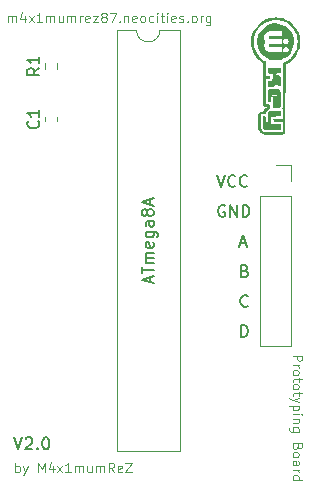
<source format=gbr>
%TF.GenerationSoftware,KiCad,Pcbnew,7.0.1*%
%TF.CreationDate,2023-05-04T02:21:34+01:00*%
%TF.ProjectId,wiikey_dip,7769696b-6579-45f6-9469-702e6b696361,rev?*%
%TF.SameCoordinates,Original*%
%TF.FileFunction,Legend,Top*%
%TF.FilePolarity,Positive*%
%FSLAX46Y46*%
G04 Gerber Fmt 4.6, Leading zero omitted, Abs format (unit mm)*
G04 Created by KiCad (PCBNEW 7.0.1) date 2023-05-04 02:21:34*
%MOMM*%
%LPD*%
G01*
G04 APERTURE LIST*
%ADD10C,0.100000*%
%ADD11C,0.187500*%
%ADD12C,0.125000*%
%ADD13C,0.150000*%
%ADD14C,0.120000*%
G04 APERTURE END LIST*
D10*
X144970476Y-77372095D02*
X144970476Y-76838761D01*
X144970476Y-76914952D02*
X145008571Y-76876857D01*
X145008571Y-76876857D02*
X145084761Y-76838761D01*
X145084761Y-76838761D02*
X145199047Y-76838761D01*
X145199047Y-76838761D02*
X145275238Y-76876857D01*
X145275238Y-76876857D02*
X145313333Y-76953047D01*
X145313333Y-76953047D02*
X145313333Y-77372095D01*
X145313333Y-76953047D02*
X145351428Y-76876857D01*
X145351428Y-76876857D02*
X145427619Y-76838761D01*
X145427619Y-76838761D02*
X145541904Y-76838761D01*
X145541904Y-76838761D02*
X145618095Y-76876857D01*
X145618095Y-76876857D02*
X145656190Y-76953047D01*
X145656190Y-76953047D02*
X145656190Y-77372095D01*
X146380000Y-76838761D02*
X146380000Y-77372095D01*
X146189524Y-76534000D02*
X145999047Y-77105428D01*
X145999047Y-77105428D02*
X146494286Y-77105428D01*
X146722857Y-77372095D02*
X147141905Y-76838761D01*
X146722857Y-76838761D02*
X147141905Y-77372095D01*
X147865714Y-77372095D02*
X147408571Y-77372095D01*
X147637143Y-77372095D02*
X147637143Y-76572095D01*
X147637143Y-76572095D02*
X147560952Y-76686380D01*
X147560952Y-76686380D02*
X147484762Y-76762571D01*
X147484762Y-76762571D02*
X147408571Y-76800666D01*
X148208572Y-77372095D02*
X148208572Y-76838761D01*
X148208572Y-76914952D02*
X148246667Y-76876857D01*
X148246667Y-76876857D02*
X148322857Y-76838761D01*
X148322857Y-76838761D02*
X148437143Y-76838761D01*
X148437143Y-76838761D02*
X148513334Y-76876857D01*
X148513334Y-76876857D02*
X148551429Y-76953047D01*
X148551429Y-76953047D02*
X148551429Y-77372095D01*
X148551429Y-76953047D02*
X148589524Y-76876857D01*
X148589524Y-76876857D02*
X148665715Y-76838761D01*
X148665715Y-76838761D02*
X148780000Y-76838761D01*
X148780000Y-76838761D02*
X148856191Y-76876857D01*
X148856191Y-76876857D02*
X148894286Y-76953047D01*
X148894286Y-76953047D02*
X148894286Y-77372095D01*
X149618096Y-76838761D02*
X149618096Y-77372095D01*
X149275239Y-76838761D02*
X149275239Y-77257809D01*
X149275239Y-77257809D02*
X149313334Y-77334000D01*
X149313334Y-77334000D02*
X149389524Y-77372095D01*
X149389524Y-77372095D02*
X149503810Y-77372095D01*
X149503810Y-77372095D02*
X149580001Y-77334000D01*
X149580001Y-77334000D02*
X149618096Y-77295904D01*
X149999049Y-77372095D02*
X149999049Y-76838761D01*
X149999049Y-76914952D02*
X150037144Y-76876857D01*
X150037144Y-76876857D02*
X150113334Y-76838761D01*
X150113334Y-76838761D02*
X150227620Y-76838761D01*
X150227620Y-76838761D02*
X150303811Y-76876857D01*
X150303811Y-76876857D02*
X150341906Y-76953047D01*
X150341906Y-76953047D02*
X150341906Y-77372095D01*
X150341906Y-76953047D02*
X150380001Y-76876857D01*
X150380001Y-76876857D02*
X150456192Y-76838761D01*
X150456192Y-76838761D02*
X150570477Y-76838761D01*
X150570477Y-76838761D02*
X150646668Y-76876857D01*
X150646668Y-76876857D02*
X150684763Y-76953047D01*
X150684763Y-76953047D02*
X150684763Y-77372095D01*
X151065716Y-77372095D02*
X151065716Y-76838761D01*
X151065716Y-76991142D02*
X151103811Y-76914952D01*
X151103811Y-76914952D02*
X151141906Y-76876857D01*
X151141906Y-76876857D02*
X151218097Y-76838761D01*
X151218097Y-76838761D02*
X151294287Y-76838761D01*
X151865716Y-77334000D02*
X151789525Y-77372095D01*
X151789525Y-77372095D02*
X151637144Y-77372095D01*
X151637144Y-77372095D02*
X151560954Y-77334000D01*
X151560954Y-77334000D02*
X151522858Y-77257809D01*
X151522858Y-77257809D02*
X151522858Y-76953047D01*
X151522858Y-76953047D02*
X151560954Y-76876857D01*
X151560954Y-76876857D02*
X151637144Y-76838761D01*
X151637144Y-76838761D02*
X151789525Y-76838761D01*
X151789525Y-76838761D02*
X151865716Y-76876857D01*
X151865716Y-76876857D02*
X151903811Y-76953047D01*
X151903811Y-76953047D02*
X151903811Y-77029238D01*
X151903811Y-77029238D02*
X151522858Y-77105428D01*
X152170477Y-76838761D02*
X152589525Y-76838761D01*
X152589525Y-76838761D02*
X152170477Y-77372095D01*
X152170477Y-77372095D02*
X152589525Y-77372095D01*
X153008572Y-76914952D02*
X152932382Y-76876857D01*
X152932382Y-76876857D02*
X152894287Y-76838761D01*
X152894287Y-76838761D02*
X152856191Y-76762571D01*
X152856191Y-76762571D02*
X152856191Y-76724476D01*
X152856191Y-76724476D02*
X152894287Y-76648285D01*
X152894287Y-76648285D02*
X152932382Y-76610190D01*
X152932382Y-76610190D02*
X153008572Y-76572095D01*
X153008572Y-76572095D02*
X153160953Y-76572095D01*
X153160953Y-76572095D02*
X153237144Y-76610190D01*
X153237144Y-76610190D02*
X153275239Y-76648285D01*
X153275239Y-76648285D02*
X153313334Y-76724476D01*
X153313334Y-76724476D02*
X153313334Y-76762571D01*
X153313334Y-76762571D02*
X153275239Y-76838761D01*
X153275239Y-76838761D02*
X153237144Y-76876857D01*
X153237144Y-76876857D02*
X153160953Y-76914952D01*
X153160953Y-76914952D02*
X153008572Y-76914952D01*
X153008572Y-76914952D02*
X152932382Y-76953047D01*
X152932382Y-76953047D02*
X152894287Y-76991142D01*
X152894287Y-76991142D02*
X152856191Y-77067333D01*
X152856191Y-77067333D02*
X152856191Y-77219714D01*
X152856191Y-77219714D02*
X152894287Y-77295904D01*
X152894287Y-77295904D02*
X152932382Y-77334000D01*
X152932382Y-77334000D02*
X153008572Y-77372095D01*
X153008572Y-77372095D02*
X153160953Y-77372095D01*
X153160953Y-77372095D02*
X153237144Y-77334000D01*
X153237144Y-77334000D02*
X153275239Y-77295904D01*
X153275239Y-77295904D02*
X153313334Y-77219714D01*
X153313334Y-77219714D02*
X153313334Y-77067333D01*
X153313334Y-77067333D02*
X153275239Y-76991142D01*
X153275239Y-76991142D02*
X153237144Y-76953047D01*
X153237144Y-76953047D02*
X153160953Y-76914952D01*
X153580001Y-76572095D02*
X154113335Y-76572095D01*
X154113335Y-76572095D02*
X153770477Y-77372095D01*
X154418097Y-77295904D02*
X154456192Y-77334000D01*
X154456192Y-77334000D02*
X154418097Y-77372095D01*
X154418097Y-77372095D02*
X154380001Y-77334000D01*
X154380001Y-77334000D02*
X154418097Y-77295904D01*
X154418097Y-77295904D02*
X154418097Y-77372095D01*
X154799049Y-76838761D02*
X154799049Y-77372095D01*
X154799049Y-76914952D02*
X154837144Y-76876857D01*
X154837144Y-76876857D02*
X154913334Y-76838761D01*
X154913334Y-76838761D02*
X155027620Y-76838761D01*
X155027620Y-76838761D02*
X155103811Y-76876857D01*
X155103811Y-76876857D02*
X155141906Y-76953047D01*
X155141906Y-76953047D02*
X155141906Y-77372095D01*
X155827621Y-77334000D02*
X155751430Y-77372095D01*
X155751430Y-77372095D02*
X155599049Y-77372095D01*
X155599049Y-77372095D02*
X155522859Y-77334000D01*
X155522859Y-77334000D02*
X155484763Y-77257809D01*
X155484763Y-77257809D02*
X155484763Y-76953047D01*
X155484763Y-76953047D02*
X155522859Y-76876857D01*
X155522859Y-76876857D02*
X155599049Y-76838761D01*
X155599049Y-76838761D02*
X155751430Y-76838761D01*
X155751430Y-76838761D02*
X155827621Y-76876857D01*
X155827621Y-76876857D02*
X155865716Y-76953047D01*
X155865716Y-76953047D02*
X155865716Y-77029238D01*
X155865716Y-77029238D02*
X155484763Y-77105428D01*
X156322858Y-77372095D02*
X156246668Y-77334000D01*
X156246668Y-77334000D02*
X156208573Y-77295904D01*
X156208573Y-77295904D02*
X156170477Y-77219714D01*
X156170477Y-77219714D02*
X156170477Y-76991142D01*
X156170477Y-76991142D02*
X156208573Y-76914952D01*
X156208573Y-76914952D02*
X156246668Y-76876857D01*
X156246668Y-76876857D02*
X156322858Y-76838761D01*
X156322858Y-76838761D02*
X156437144Y-76838761D01*
X156437144Y-76838761D02*
X156513335Y-76876857D01*
X156513335Y-76876857D02*
X156551430Y-76914952D01*
X156551430Y-76914952D02*
X156589525Y-76991142D01*
X156589525Y-76991142D02*
X156589525Y-77219714D01*
X156589525Y-77219714D02*
X156551430Y-77295904D01*
X156551430Y-77295904D02*
X156513335Y-77334000D01*
X156513335Y-77334000D02*
X156437144Y-77372095D01*
X156437144Y-77372095D02*
X156322858Y-77372095D01*
X157275240Y-77334000D02*
X157199049Y-77372095D01*
X157199049Y-77372095D02*
X157046668Y-77372095D01*
X157046668Y-77372095D02*
X156970478Y-77334000D01*
X156970478Y-77334000D02*
X156932383Y-77295904D01*
X156932383Y-77295904D02*
X156894287Y-77219714D01*
X156894287Y-77219714D02*
X156894287Y-76991142D01*
X156894287Y-76991142D02*
X156932383Y-76914952D01*
X156932383Y-76914952D02*
X156970478Y-76876857D01*
X156970478Y-76876857D02*
X157046668Y-76838761D01*
X157046668Y-76838761D02*
X157199049Y-76838761D01*
X157199049Y-76838761D02*
X157275240Y-76876857D01*
X157618097Y-77372095D02*
X157618097Y-76838761D01*
X157618097Y-76572095D02*
X157580001Y-76610190D01*
X157580001Y-76610190D02*
X157618097Y-76648285D01*
X157618097Y-76648285D02*
X157656192Y-76610190D01*
X157656192Y-76610190D02*
X157618097Y-76572095D01*
X157618097Y-76572095D02*
X157618097Y-76648285D01*
X157884763Y-76838761D02*
X158189525Y-76838761D01*
X157999049Y-76572095D02*
X157999049Y-77257809D01*
X157999049Y-77257809D02*
X158037144Y-77334000D01*
X158037144Y-77334000D02*
X158113334Y-77372095D01*
X158113334Y-77372095D02*
X158189525Y-77372095D01*
X158456192Y-77372095D02*
X158456192Y-76838761D01*
X158456192Y-76572095D02*
X158418096Y-76610190D01*
X158418096Y-76610190D02*
X158456192Y-76648285D01*
X158456192Y-76648285D02*
X158494287Y-76610190D01*
X158494287Y-76610190D02*
X158456192Y-76572095D01*
X158456192Y-76572095D02*
X158456192Y-76648285D01*
X159141906Y-77334000D02*
X159065715Y-77372095D01*
X159065715Y-77372095D02*
X158913334Y-77372095D01*
X158913334Y-77372095D02*
X158837144Y-77334000D01*
X158837144Y-77334000D02*
X158799048Y-77257809D01*
X158799048Y-77257809D02*
X158799048Y-76953047D01*
X158799048Y-76953047D02*
X158837144Y-76876857D01*
X158837144Y-76876857D02*
X158913334Y-76838761D01*
X158913334Y-76838761D02*
X159065715Y-76838761D01*
X159065715Y-76838761D02*
X159141906Y-76876857D01*
X159141906Y-76876857D02*
X159180001Y-76953047D01*
X159180001Y-76953047D02*
X159180001Y-77029238D01*
X159180001Y-77029238D02*
X158799048Y-77105428D01*
X159484762Y-77334000D02*
X159560953Y-77372095D01*
X159560953Y-77372095D02*
X159713334Y-77372095D01*
X159713334Y-77372095D02*
X159789524Y-77334000D01*
X159789524Y-77334000D02*
X159827620Y-77257809D01*
X159827620Y-77257809D02*
X159827620Y-77219714D01*
X159827620Y-77219714D02*
X159789524Y-77143523D01*
X159789524Y-77143523D02*
X159713334Y-77105428D01*
X159713334Y-77105428D02*
X159599048Y-77105428D01*
X159599048Y-77105428D02*
X159522858Y-77067333D01*
X159522858Y-77067333D02*
X159484762Y-76991142D01*
X159484762Y-76991142D02*
X159484762Y-76953047D01*
X159484762Y-76953047D02*
X159522858Y-76876857D01*
X159522858Y-76876857D02*
X159599048Y-76838761D01*
X159599048Y-76838761D02*
X159713334Y-76838761D01*
X159713334Y-76838761D02*
X159789524Y-76876857D01*
X160170477Y-77295904D02*
X160208572Y-77334000D01*
X160208572Y-77334000D02*
X160170477Y-77372095D01*
X160170477Y-77372095D02*
X160132381Y-77334000D01*
X160132381Y-77334000D02*
X160170477Y-77295904D01*
X160170477Y-77295904D02*
X160170477Y-77372095D01*
X160665714Y-77372095D02*
X160589524Y-77334000D01*
X160589524Y-77334000D02*
X160551429Y-77295904D01*
X160551429Y-77295904D02*
X160513333Y-77219714D01*
X160513333Y-77219714D02*
X160513333Y-76991142D01*
X160513333Y-76991142D02*
X160551429Y-76914952D01*
X160551429Y-76914952D02*
X160589524Y-76876857D01*
X160589524Y-76876857D02*
X160665714Y-76838761D01*
X160665714Y-76838761D02*
X160780000Y-76838761D01*
X160780000Y-76838761D02*
X160856191Y-76876857D01*
X160856191Y-76876857D02*
X160894286Y-76914952D01*
X160894286Y-76914952D02*
X160932381Y-76991142D01*
X160932381Y-76991142D02*
X160932381Y-77219714D01*
X160932381Y-77219714D02*
X160894286Y-77295904D01*
X160894286Y-77295904D02*
X160856191Y-77334000D01*
X160856191Y-77334000D02*
X160780000Y-77372095D01*
X160780000Y-77372095D02*
X160665714Y-77372095D01*
X161275239Y-77372095D02*
X161275239Y-76838761D01*
X161275239Y-76991142D02*
X161313334Y-76914952D01*
X161313334Y-76914952D02*
X161351429Y-76876857D01*
X161351429Y-76876857D02*
X161427620Y-76838761D01*
X161427620Y-76838761D02*
X161503810Y-76838761D01*
X162113334Y-76838761D02*
X162113334Y-77486380D01*
X162113334Y-77486380D02*
X162075239Y-77562571D01*
X162075239Y-77562571D02*
X162037143Y-77600666D01*
X162037143Y-77600666D02*
X161960953Y-77638761D01*
X161960953Y-77638761D02*
X161846667Y-77638761D01*
X161846667Y-77638761D02*
X161770477Y-77600666D01*
X162113334Y-77334000D02*
X162037143Y-77372095D01*
X162037143Y-77372095D02*
X161884762Y-77372095D01*
X161884762Y-77372095D02*
X161808572Y-77334000D01*
X161808572Y-77334000D02*
X161770477Y-77295904D01*
X161770477Y-77295904D02*
X161732381Y-77219714D01*
X161732381Y-77219714D02*
X161732381Y-76991142D01*
X161732381Y-76991142D02*
X161770477Y-76914952D01*
X161770477Y-76914952D02*
X161808572Y-76876857D01*
X161808572Y-76876857D02*
X161884762Y-76838761D01*
X161884762Y-76838761D02*
X162037143Y-76838761D01*
X162037143Y-76838761D02*
X162113334Y-76876857D01*
D11*
X145510238Y-112542619D02*
X145843571Y-113542619D01*
X145843571Y-113542619D02*
X146176904Y-112542619D01*
X146462619Y-112637857D02*
X146510238Y-112590238D01*
X146510238Y-112590238D02*
X146605476Y-112542619D01*
X146605476Y-112542619D02*
X146843571Y-112542619D01*
X146843571Y-112542619D02*
X146938809Y-112590238D01*
X146938809Y-112590238D02*
X146986428Y-112637857D01*
X146986428Y-112637857D02*
X147034047Y-112733095D01*
X147034047Y-112733095D02*
X147034047Y-112828333D01*
X147034047Y-112828333D02*
X146986428Y-112971190D01*
X146986428Y-112971190D02*
X146415000Y-113542619D01*
X146415000Y-113542619D02*
X147034047Y-113542619D01*
X147462619Y-113447380D02*
X147510238Y-113495000D01*
X147510238Y-113495000D02*
X147462619Y-113542619D01*
X147462619Y-113542619D02*
X147415000Y-113495000D01*
X147415000Y-113495000D02*
X147462619Y-113447380D01*
X147462619Y-113447380D02*
X147462619Y-113542619D01*
X148129285Y-112542619D02*
X148224523Y-112542619D01*
X148224523Y-112542619D02*
X148319761Y-112590238D01*
X148319761Y-112590238D02*
X148367380Y-112637857D01*
X148367380Y-112637857D02*
X148414999Y-112733095D01*
X148414999Y-112733095D02*
X148462618Y-112923571D01*
X148462618Y-112923571D02*
X148462618Y-113161666D01*
X148462618Y-113161666D02*
X148414999Y-113352142D01*
X148414999Y-113352142D02*
X148367380Y-113447380D01*
X148367380Y-113447380D02*
X148319761Y-113495000D01*
X148319761Y-113495000D02*
X148224523Y-113542619D01*
X148224523Y-113542619D02*
X148129285Y-113542619D01*
X148129285Y-113542619D02*
X148034047Y-113495000D01*
X148034047Y-113495000D02*
X147986428Y-113447380D01*
X147986428Y-113447380D02*
X147938809Y-113352142D01*
X147938809Y-113352142D02*
X147891190Y-113161666D01*
X147891190Y-113161666D02*
X147891190Y-112923571D01*
X147891190Y-112923571D02*
X147938809Y-112733095D01*
X147938809Y-112733095D02*
X147986428Y-112637857D01*
X147986428Y-112637857D02*
X148034047Y-112590238D01*
X148034047Y-112590238D02*
X148129285Y-112542619D01*
D10*
X169067904Y-105600476D02*
X169867904Y-105600476D01*
X169867904Y-105600476D02*
X169867904Y-105905238D01*
X169867904Y-105905238D02*
X169829809Y-105981428D01*
X169829809Y-105981428D02*
X169791714Y-106019523D01*
X169791714Y-106019523D02*
X169715523Y-106057619D01*
X169715523Y-106057619D02*
X169601238Y-106057619D01*
X169601238Y-106057619D02*
X169525047Y-106019523D01*
X169525047Y-106019523D02*
X169486952Y-105981428D01*
X169486952Y-105981428D02*
X169448857Y-105905238D01*
X169448857Y-105905238D02*
X169448857Y-105600476D01*
X169067904Y-106400476D02*
X169601238Y-106400476D01*
X169448857Y-106400476D02*
X169525047Y-106438571D01*
X169525047Y-106438571D02*
X169563142Y-106476666D01*
X169563142Y-106476666D02*
X169601238Y-106552857D01*
X169601238Y-106552857D02*
X169601238Y-106629047D01*
X169067904Y-107009999D02*
X169106000Y-106933809D01*
X169106000Y-106933809D02*
X169144095Y-106895714D01*
X169144095Y-106895714D02*
X169220285Y-106857618D01*
X169220285Y-106857618D02*
X169448857Y-106857618D01*
X169448857Y-106857618D02*
X169525047Y-106895714D01*
X169525047Y-106895714D02*
X169563142Y-106933809D01*
X169563142Y-106933809D02*
X169601238Y-107009999D01*
X169601238Y-107009999D02*
X169601238Y-107124285D01*
X169601238Y-107124285D02*
X169563142Y-107200476D01*
X169563142Y-107200476D02*
X169525047Y-107238571D01*
X169525047Y-107238571D02*
X169448857Y-107276666D01*
X169448857Y-107276666D02*
X169220285Y-107276666D01*
X169220285Y-107276666D02*
X169144095Y-107238571D01*
X169144095Y-107238571D02*
X169106000Y-107200476D01*
X169106000Y-107200476D02*
X169067904Y-107124285D01*
X169067904Y-107124285D02*
X169067904Y-107009999D01*
X169601238Y-107505238D02*
X169601238Y-107810000D01*
X169867904Y-107619524D02*
X169182190Y-107619524D01*
X169182190Y-107619524D02*
X169106000Y-107657619D01*
X169106000Y-107657619D02*
X169067904Y-107733809D01*
X169067904Y-107733809D02*
X169067904Y-107810000D01*
X169067904Y-108190952D02*
X169106000Y-108114762D01*
X169106000Y-108114762D02*
X169144095Y-108076667D01*
X169144095Y-108076667D02*
X169220285Y-108038571D01*
X169220285Y-108038571D02*
X169448857Y-108038571D01*
X169448857Y-108038571D02*
X169525047Y-108076667D01*
X169525047Y-108076667D02*
X169563142Y-108114762D01*
X169563142Y-108114762D02*
X169601238Y-108190952D01*
X169601238Y-108190952D02*
X169601238Y-108305238D01*
X169601238Y-108305238D02*
X169563142Y-108381429D01*
X169563142Y-108381429D02*
X169525047Y-108419524D01*
X169525047Y-108419524D02*
X169448857Y-108457619D01*
X169448857Y-108457619D02*
X169220285Y-108457619D01*
X169220285Y-108457619D02*
X169144095Y-108419524D01*
X169144095Y-108419524D02*
X169106000Y-108381429D01*
X169106000Y-108381429D02*
X169067904Y-108305238D01*
X169067904Y-108305238D02*
X169067904Y-108190952D01*
X169601238Y-108686191D02*
X169601238Y-108990953D01*
X169867904Y-108800477D02*
X169182190Y-108800477D01*
X169182190Y-108800477D02*
X169106000Y-108838572D01*
X169106000Y-108838572D02*
X169067904Y-108914762D01*
X169067904Y-108914762D02*
X169067904Y-108990953D01*
X169601238Y-109181429D02*
X169067904Y-109371905D01*
X169601238Y-109562382D02*
X169067904Y-109371905D01*
X169067904Y-109371905D02*
X168877428Y-109295715D01*
X168877428Y-109295715D02*
X168839333Y-109257620D01*
X168839333Y-109257620D02*
X168801238Y-109181429D01*
X169601238Y-109867144D02*
X168801238Y-109867144D01*
X169563142Y-109867144D02*
X169601238Y-109943334D01*
X169601238Y-109943334D02*
X169601238Y-110095715D01*
X169601238Y-110095715D02*
X169563142Y-110171906D01*
X169563142Y-110171906D02*
X169525047Y-110210001D01*
X169525047Y-110210001D02*
X169448857Y-110248096D01*
X169448857Y-110248096D02*
X169220285Y-110248096D01*
X169220285Y-110248096D02*
X169144095Y-110210001D01*
X169144095Y-110210001D02*
X169106000Y-110171906D01*
X169106000Y-110171906D02*
X169067904Y-110095715D01*
X169067904Y-110095715D02*
X169067904Y-109943334D01*
X169067904Y-109943334D02*
X169106000Y-109867144D01*
X169067904Y-110590954D02*
X169601238Y-110590954D01*
X169867904Y-110590954D02*
X169829809Y-110552858D01*
X169829809Y-110552858D02*
X169791714Y-110590954D01*
X169791714Y-110590954D02*
X169829809Y-110629049D01*
X169829809Y-110629049D02*
X169867904Y-110590954D01*
X169867904Y-110590954D02*
X169791714Y-110590954D01*
X169601238Y-110971906D02*
X169067904Y-110971906D01*
X169525047Y-110971906D02*
X169563142Y-111010001D01*
X169563142Y-111010001D02*
X169601238Y-111086191D01*
X169601238Y-111086191D02*
X169601238Y-111200477D01*
X169601238Y-111200477D02*
X169563142Y-111276668D01*
X169563142Y-111276668D02*
X169486952Y-111314763D01*
X169486952Y-111314763D02*
X169067904Y-111314763D01*
X169601238Y-112038573D02*
X168953619Y-112038573D01*
X168953619Y-112038573D02*
X168877428Y-112000478D01*
X168877428Y-112000478D02*
X168839333Y-111962382D01*
X168839333Y-111962382D02*
X168801238Y-111886192D01*
X168801238Y-111886192D02*
X168801238Y-111771906D01*
X168801238Y-111771906D02*
X168839333Y-111695716D01*
X169106000Y-112038573D02*
X169067904Y-111962382D01*
X169067904Y-111962382D02*
X169067904Y-111810001D01*
X169067904Y-111810001D02*
X169106000Y-111733811D01*
X169106000Y-111733811D02*
X169144095Y-111695716D01*
X169144095Y-111695716D02*
X169220285Y-111657620D01*
X169220285Y-111657620D02*
X169448857Y-111657620D01*
X169448857Y-111657620D02*
X169525047Y-111695716D01*
X169525047Y-111695716D02*
X169563142Y-111733811D01*
X169563142Y-111733811D02*
X169601238Y-111810001D01*
X169601238Y-111810001D02*
X169601238Y-111962382D01*
X169601238Y-111962382D02*
X169563142Y-112038573D01*
X169486952Y-113295716D02*
X169448857Y-113410002D01*
X169448857Y-113410002D02*
X169410761Y-113448097D01*
X169410761Y-113448097D02*
X169334571Y-113486193D01*
X169334571Y-113486193D02*
X169220285Y-113486193D01*
X169220285Y-113486193D02*
X169144095Y-113448097D01*
X169144095Y-113448097D02*
X169106000Y-113410002D01*
X169106000Y-113410002D02*
X169067904Y-113333812D01*
X169067904Y-113333812D02*
X169067904Y-113029050D01*
X169067904Y-113029050D02*
X169867904Y-113029050D01*
X169867904Y-113029050D02*
X169867904Y-113295716D01*
X169867904Y-113295716D02*
X169829809Y-113371907D01*
X169829809Y-113371907D02*
X169791714Y-113410002D01*
X169791714Y-113410002D02*
X169715523Y-113448097D01*
X169715523Y-113448097D02*
X169639333Y-113448097D01*
X169639333Y-113448097D02*
X169563142Y-113410002D01*
X169563142Y-113410002D02*
X169525047Y-113371907D01*
X169525047Y-113371907D02*
X169486952Y-113295716D01*
X169486952Y-113295716D02*
X169486952Y-113029050D01*
X169067904Y-113943335D02*
X169106000Y-113867145D01*
X169106000Y-113867145D02*
X169144095Y-113829050D01*
X169144095Y-113829050D02*
X169220285Y-113790954D01*
X169220285Y-113790954D02*
X169448857Y-113790954D01*
X169448857Y-113790954D02*
X169525047Y-113829050D01*
X169525047Y-113829050D02*
X169563142Y-113867145D01*
X169563142Y-113867145D02*
X169601238Y-113943335D01*
X169601238Y-113943335D02*
X169601238Y-114057621D01*
X169601238Y-114057621D02*
X169563142Y-114133812D01*
X169563142Y-114133812D02*
X169525047Y-114171907D01*
X169525047Y-114171907D02*
X169448857Y-114210002D01*
X169448857Y-114210002D02*
X169220285Y-114210002D01*
X169220285Y-114210002D02*
X169144095Y-114171907D01*
X169144095Y-114171907D02*
X169106000Y-114133812D01*
X169106000Y-114133812D02*
X169067904Y-114057621D01*
X169067904Y-114057621D02*
X169067904Y-113943335D01*
X169067904Y-114895717D02*
X169486952Y-114895717D01*
X169486952Y-114895717D02*
X169563142Y-114857622D01*
X169563142Y-114857622D02*
X169601238Y-114781431D01*
X169601238Y-114781431D02*
X169601238Y-114629050D01*
X169601238Y-114629050D02*
X169563142Y-114552860D01*
X169106000Y-114895717D02*
X169067904Y-114819526D01*
X169067904Y-114819526D02*
X169067904Y-114629050D01*
X169067904Y-114629050D02*
X169106000Y-114552860D01*
X169106000Y-114552860D02*
X169182190Y-114514764D01*
X169182190Y-114514764D02*
X169258380Y-114514764D01*
X169258380Y-114514764D02*
X169334571Y-114552860D01*
X169334571Y-114552860D02*
X169372666Y-114629050D01*
X169372666Y-114629050D02*
X169372666Y-114819526D01*
X169372666Y-114819526D02*
X169410761Y-114895717D01*
X169067904Y-115276670D02*
X169601238Y-115276670D01*
X169448857Y-115276670D02*
X169525047Y-115314765D01*
X169525047Y-115314765D02*
X169563142Y-115352860D01*
X169563142Y-115352860D02*
X169601238Y-115429051D01*
X169601238Y-115429051D02*
X169601238Y-115505241D01*
X169067904Y-116114765D02*
X169867904Y-116114765D01*
X169106000Y-116114765D02*
X169067904Y-116038574D01*
X169067904Y-116038574D02*
X169067904Y-115886193D01*
X169067904Y-115886193D02*
X169106000Y-115810003D01*
X169106000Y-115810003D02*
X169144095Y-115771908D01*
X169144095Y-115771908D02*
X169220285Y-115733812D01*
X169220285Y-115733812D02*
X169448857Y-115733812D01*
X169448857Y-115733812D02*
X169525047Y-115771908D01*
X169525047Y-115771908D02*
X169563142Y-115810003D01*
X169563142Y-115810003D02*
X169601238Y-115886193D01*
X169601238Y-115886193D02*
X169601238Y-116038574D01*
X169601238Y-116038574D02*
X169563142Y-116114765D01*
D12*
X145605476Y-115472095D02*
X145605476Y-114672095D01*
X145605476Y-114976857D02*
X145681666Y-114938761D01*
X145681666Y-114938761D02*
X145834047Y-114938761D01*
X145834047Y-114938761D02*
X145910238Y-114976857D01*
X145910238Y-114976857D02*
X145948333Y-115014952D01*
X145948333Y-115014952D02*
X145986428Y-115091142D01*
X145986428Y-115091142D02*
X145986428Y-115319714D01*
X145986428Y-115319714D02*
X145948333Y-115395904D01*
X145948333Y-115395904D02*
X145910238Y-115434000D01*
X145910238Y-115434000D02*
X145834047Y-115472095D01*
X145834047Y-115472095D02*
X145681666Y-115472095D01*
X145681666Y-115472095D02*
X145605476Y-115434000D01*
X146253095Y-114938761D02*
X146443571Y-115472095D01*
X146634048Y-114938761D02*
X146443571Y-115472095D01*
X146443571Y-115472095D02*
X146367381Y-115662571D01*
X146367381Y-115662571D02*
X146329286Y-115700666D01*
X146329286Y-115700666D02*
X146253095Y-115738761D01*
X147548334Y-115472095D02*
X147548334Y-114672095D01*
X147548334Y-114672095D02*
X147815000Y-115243523D01*
X147815000Y-115243523D02*
X148081667Y-114672095D01*
X148081667Y-114672095D02*
X148081667Y-115472095D01*
X148805477Y-114938761D02*
X148805477Y-115472095D01*
X148615001Y-114634000D02*
X148424524Y-115205428D01*
X148424524Y-115205428D02*
X148919763Y-115205428D01*
X149148334Y-115472095D02*
X149567382Y-114938761D01*
X149148334Y-114938761D02*
X149567382Y-115472095D01*
X150291191Y-115472095D02*
X149834048Y-115472095D01*
X150062620Y-115472095D02*
X150062620Y-114672095D01*
X150062620Y-114672095D02*
X149986429Y-114786380D01*
X149986429Y-114786380D02*
X149910239Y-114862571D01*
X149910239Y-114862571D02*
X149834048Y-114900666D01*
X150634049Y-115472095D02*
X150634049Y-114938761D01*
X150634049Y-115014952D02*
X150672144Y-114976857D01*
X150672144Y-114976857D02*
X150748334Y-114938761D01*
X150748334Y-114938761D02*
X150862620Y-114938761D01*
X150862620Y-114938761D02*
X150938811Y-114976857D01*
X150938811Y-114976857D02*
X150976906Y-115053047D01*
X150976906Y-115053047D02*
X150976906Y-115472095D01*
X150976906Y-115053047D02*
X151015001Y-114976857D01*
X151015001Y-114976857D02*
X151091192Y-114938761D01*
X151091192Y-114938761D02*
X151205477Y-114938761D01*
X151205477Y-114938761D02*
X151281668Y-114976857D01*
X151281668Y-114976857D02*
X151319763Y-115053047D01*
X151319763Y-115053047D02*
X151319763Y-115472095D01*
X152043573Y-114938761D02*
X152043573Y-115472095D01*
X151700716Y-114938761D02*
X151700716Y-115357809D01*
X151700716Y-115357809D02*
X151738811Y-115434000D01*
X151738811Y-115434000D02*
X151815001Y-115472095D01*
X151815001Y-115472095D02*
X151929287Y-115472095D01*
X151929287Y-115472095D02*
X152005478Y-115434000D01*
X152005478Y-115434000D02*
X152043573Y-115395904D01*
X152424526Y-115472095D02*
X152424526Y-114938761D01*
X152424526Y-115014952D02*
X152462621Y-114976857D01*
X152462621Y-114976857D02*
X152538811Y-114938761D01*
X152538811Y-114938761D02*
X152653097Y-114938761D01*
X152653097Y-114938761D02*
X152729288Y-114976857D01*
X152729288Y-114976857D02*
X152767383Y-115053047D01*
X152767383Y-115053047D02*
X152767383Y-115472095D01*
X152767383Y-115053047D02*
X152805478Y-114976857D01*
X152805478Y-114976857D02*
X152881669Y-114938761D01*
X152881669Y-114938761D02*
X152995954Y-114938761D01*
X152995954Y-114938761D02*
X153072145Y-114976857D01*
X153072145Y-114976857D02*
X153110240Y-115053047D01*
X153110240Y-115053047D02*
X153110240Y-115472095D01*
X153948336Y-115472095D02*
X153681669Y-115091142D01*
X153491193Y-115472095D02*
X153491193Y-114672095D01*
X153491193Y-114672095D02*
X153795955Y-114672095D01*
X153795955Y-114672095D02*
X153872145Y-114710190D01*
X153872145Y-114710190D02*
X153910240Y-114748285D01*
X153910240Y-114748285D02*
X153948336Y-114824476D01*
X153948336Y-114824476D02*
X153948336Y-114938761D01*
X153948336Y-114938761D02*
X153910240Y-115014952D01*
X153910240Y-115014952D02*
X153872145Y-115053047D01*
X153872145Y-115053047D02*
X153795955Y-115091142D01*
X153795955Y-115091142D02*
X153491193Y-115091142D01*
X154595955Y-115434000D02*
X154519764Y-115472095D01*
X154519764Y-115472095D02*
X154367383Y-115472095D01*
X154367383Y-115472095D02*
X154291193Y-115434000D01*
X154291193Y-115434000D02*
X154253097Y-115357809D01*
X154253097Y-115357809D02*
X154253097Y-115053047D01*
X154253097Y-115053047D02*
X154291193Y-114976857D01*
X154291193Y-114976857D02*
X154367383Y-114938761D01*
X154367383Y-114938761D02*
X154519764Y-114938761D01*
X154519764Y-114938761D02*
X154595955Y-114976857D01*
X154595955Y-114976857D02*
X154634050Y-115053047D01*
X154634050Y-115053047D02*
X154634050Y-115129238D01*
X154634050Y-115129238D02*
X154253097Y-115205428D01*
X154900716Y-114672095D02*
X155434050Y-114672095D01*
X155434050Y-114672095D02*
X154900716Y-115472095D01*
X154900716Y-115472095D02*
X155434050Y-115472095D01*
D13*
X164703095Y-104017619D02*
X164703095Y-103017619D01*
X164703095Y-103017619D02*
X164941190Y-103017619D01*
X164941190Y-103017619D02*
X165084047Y-103065238D01*
X165084047Y-103065238D02*
X165179285Y-103160476D01*
X165179285Y-103160476D02*
X165226904Y-103255714D01*
X165226904Y-103255714D02*
X165274523Y-103446190D01*
X165274523Y-103446190D02*
X165274523Y-103589047D01*
X165274523Y-103589047D02*
X165226904Y-103779523D01*
X165226904Y-103779523D02*
X165179285Y-103874761D01*
X165179285Y-103874761D02*
X165084047Y-103970000D01*
X165084047Y-103970000D02*
X164941190Y-104017619D01*
X164941190Y-104017619D02*
X164703095Y-104017619D01*
X165274523Y-101382380D02*
X165226904Y-101430000D01*
X165226904Y-101430000D02*
X165084047Y-101477619D01*
X165084047Y-101477619D02*
X164988809Y-101477619D01*
X164988809Y-101477619D02*
X164845952Y-101430000D01*
X164845952Y-101430000D02*
X164750714Y-101334761D01*
X164750714Y-101334761D02*
X164703095Y-101239523D01*
X164703095Y-101239523D02*
X164655476Y-101049047D01*
X164655476Y-101049047D02*
X164655476Y-100906190D01*
X164655476Y-100906190D02*
X164703095Y-100715714D01*
X164703095Y-100715714D02*
X164750714Y-100620476D01*
X164750714Y-100620476D02*
X164845952Y-100525238D01*
X164845952Y-100525238D02*
X164988809Y-100477619D01*
X164988809Y-100477619D02*
X165084047Y-100477619D01*
X165084047Y-100477619D02*
X165226904Y-100525238D01*
X165226904Y-100525238D02*
X165274523Y-100572857D01*
X165036428Y-98413809D02*
X165179285Y-98461428D01*
X165179285Y-98461428D02*
X165226904Y-98509047D01*
X165226904Y-98509047D02*
X165274523Y-98604285D01*
X165274523Y-98604285D02*
X165274523Y-98747142D01*
X165274523Y-98747142D02*
X165226904Y-98842380D01*
X165226904Y-98842380D02*
X165179285Y-98890000D01*
X165179285Y-98890000D02*
X165084047Y-98937619D01*
X165084047Y-98937619D02*
X164703095Y-98937619D01*
X164703095Y-98937619D02*
X164703095Y-97937619D01*
X164703095Y-97937619D02*
X165036428Y-97937619D01*
X165036428Y-97937619D02*
X165131666Y-97985238D01*
X165131666Y-97985238D02*
X165179285Y-98032857D01*
X165179285Y-98032857D02*
X165226904Y-98128095D01*
X165226904Y-98128095D02*
X165226904Y-98223333D01*
X165226904Y-98223333D02*
X165179285Y-98318571D01*
X165179285Y-98318571D02*
X165131666Y-98366190D01*
X165131666Y-98366190D02*
X165036428Y-98413809D01*
X165036428Y-98413809D02*
X164703095Y-98413809D01*
X164655476Y-96111904D02*
X165131666Y-96111904D01*
X164560238Y-96397619D02*
X164893571Y-95397619D01*
X164893571Y-95397619D02*
X165226904Y-96397619D01*
X163321904Y-92905238D02*
X163226666Y-92857619D01*
X163226666Y-92857619D02*
X163083809Y-92857619D01*
X163083809Y-92857619D02*
X162940952Y-92905238D01*
X162940952Y-92905238D02*
X162845714Y-93000476D01*
X162845714Y-93000476D02*
X162798095Y-93095714D01*
X162798095Y-93095714D02*
X162750476Y-93286190D01*
X162750476Y-93286190D02*
X162750476Y-93429047D01*
X162750476Y-93429047D02*
X162798095Y-93619523D01*
X162798095Y-93619523D02*
X162845714Y-93714761D01*
X162845714Y-93714761D02*
X162940952Y-93810000D01*
X162940952Y-93810000D02*
X163083809Y-93857619D01*
X163083809Y-93857619D02*
X163179047Y-93857619D01*
X163179047Y-93857619D02*
X163321904Y-93810000D01*
X163321904Y-93810000D02*
X163369523Y-93762380D01*
X163369523Y-93762380D02*
X163369523Y-93429047D01*
X163369523Y-93429047D02*
X163179047Y-93429047D01*
X163798095Y-93857619D02*
X163798095Y-92857619D01*
X163798095Y-92857619D02*
X164369523Y-93857619D01*
X164369523Y-93857619D02*
X164369523Y-92857619D01*
X164845714Y-93857619D02*
X164845714Y-92857619D01*
X164845714Y-92857619D02*
X165083809Y-92857619D01*
X165083809Y-92857619D02*
X165226666Y-92905238D01*
X165226666Y-92905238D02*
X165321904Y-93000476D01*
X165321904Y-93000476D02*
X165369523Y-93095714D01*
X165369523Y-93095714D02*
X165417142Y-93286190D01*
X165417142Y-93286190D02*
X165417142Y-93429047D01*
X165417142Y-93429047D02*
X165369523Y-93619523D01*
X165369523Y-93619523D02*
X165321904Y-93714761D01*
X165321904Y-93714761D02*
X165226666Y-93810000D01*
X165226666Y-93810000D02*
X165083809Y-93857619D01*
X165083809Y-93857619D02*
X164845714Y-93857619D01*
X162655238Y-90317619D02*
X162988571Y-91317619D01*
X162988571Y-91317619D02*
X163321904Y-90317619D01*
X164226666Y-91222380D02*
X164179047Y-91270000D01*
X164179047Y-91270000D02*
X164036190Y-91317619D01*
X164036190Y-91317619D02*
X163940952Y-91317619D01*
X163940952Y-91317619D02*
X163798095Y-91270000D01*
X163798095Y-91270000D02*
X163702857Y-91174761D01*
X163702857Y-91174761D02*
X163655238Y-91079523D01*
X163655238Y-91079523D02*
X163607619Y-90889047D01*
X163607619Y-90889047D02*
X163607619Y-90746190D01*
X163607619Y-90746190D02*
X163655238Y-90555714D01*
X163655238Y-90555714D02*
X163702857Y-90460476D01*
X163702857Y-90460476D02*
X163798095Y-90365238D01*
X163798095Y-90365238D02*
X163940952Y-90317619D01*
X163940952Y-90317619D02*
X164036190Y-90317619D01*
X164036190Y-90317619D02*
X164179047Y-90365238D01*
X164179047Y-90365238D02*
X164226666Y-90412857D01*
X165226666Y-91222380D02*
X165179047Y-91270000D01*
X165179047Y-91270000D02*
X165036190Y-91317619D01*
X165036190Y-91317619D02*
X164940952Y-91317619D01*
X164940952Y-91317619D02*
X164798095Y-91270000D01*
X164798095Y-91270000D02*
X164702857Y-91174761D01*
X164702857Y-91174761D02*
X164655238Y-91079523D01*
X164655238Y-91079523D02*
X164607619Y-90889047D01*
X164607619Y-90889047D02*
X164607619Y-90746190D01*
X164607619Y-90746190D02*
X164655238Y-90555714D01*
X164655238Y-90555714D02*
X164702857Y-90460476D01*
X164702857Y-90460476D02*
X164798095Y-90365238D01*
X164798095Y-90365238D02*
X164940952Y-90317619D01*
X164940952Y-90317619D02*
X165036190Y-90317619D01*
X165036190Y-90317619D02*
X165179047Y-90365238D01*
X165179047Y-90365238D02*
X165226666Y-90412857D01*
%TO.C,U1*%
X157021904Y-99408809D02*
X157021904Y-98932619D01*
X157307619Y-99504047D02*
X156307619Y-99170714D01*
X156307619Y-99170714D02*
X157307619Y-98837381D01*
X156307619Y-98646904D02*
X156307619Y-98075476D01*
X157307619Y-98361190D02*
X156307619Y-98361190D01*
X157307619Y-97742142D02*
X156640952Y-97742142D01*
X156736190Y-97742142D02*
X156688571Y-97694523D01*
X156688571Y-97694523D02*
X156640952Y-97599285D01*
X156640952Y-97599285D02*
X156640952Y-97456428D01*
X156640952Y-97456428D02*
X156688571Y-97361190D01*
X156688571Y-97361190D02*
X156783809Y-97313571D01*
X156783809Y-97313571D02*
X157307619Y-97313571D01*
X156783809Y-97313571D02*
X156688571Y-97265952D01*
X156688571Y-97265952D02*
X156640952Y-97170714D01*
X156640952Y-97170714D02*
X156640952Y-97027857D01*
X156640952Y-97027857D02*
X156688571Y-96932618D01*
X156688571Y-96932618D02*
X156783809Y-96884999D01*
X156783809Y-96884999D02*
X157307619Y-96884999D01*
X157260000Y-96027857D02*
X157307619Y-96123095D01*
X157307619Y-96123095D02*
X157307619Y-96313571D01*
X157307619Y-96313571D02*
X157260000Y-96408809D01*
X157260000Y-96408809D02*
X157164761Y-96456428D01*
X157164761Y-96456428D02*
X156783809Y-96456428D01*
X156783809Y-96456428D02*
X156688571Y-96408809D01*
X156688571Y-96408809D02*
X156640952Y-96313571D01*
X156640952Y-96313571D02*
X156640952Y-96123095D01*
X156640952Y-96123095D02*
X156688571Y-96027857D01*
X156688571Y-96027857D02*
X156783809Y-95980238D01*
X156783809Y-95980238D02*
X156879047Y-95980238D01*
X156879047Y-95980238D02*
X156974285Y-96456428D01*
X156640952Y-95123095D02*
X157450476Y-95123095D01*
X157450476Y-95123095D02*
X157545714Y-95170714D01*
X157545714Y-95170714D02*
X157593333Y-95218333D01*
X157593333Y-95218333D02*
X157640952Y-95313571D01*
X157640952Y-95313571D02*
X157640952Y-95456428D01*
X157640952Y-95456428D02*
X157593333Y-95551666D01*
X157260000Y-95123095D02*
X157307619Y-95218333D01*
X157307619Y-95218333D02*
X157307619Y-95408809D01*
X157307619Y-95408809D02*
X157260000Y-95504047D01*
X157260000Y-95504047D02*
X157212380Y-95551666D01*
X157212380Y-95551666D02*
X157117142Y-95599285D01*
X157117142Y-95599285D02*
X156831428Y-95599285D01*
X156831428Y-95599285D02*
X156736190Y-95551666D01*
X156736190Y-95551666D02*
X156688571Y-95504047D01*
X156688571Y-95504047D02*
X156640952Y-95408809D01*
X156640952Y-95408809D02*
X156640952Y-95218333D01*
X156640952Y-95218333D02*
X156688571Y-95123095D01*
X157307619Y-94218333D02*
X156783809Y-94218333D01*
X156783809Y-94218333D02*
X156688571Y-94265952D01*
X156688571Y-94265952D02*
X156640952Y-94361190D01*
X156640952Y-94361190D02*
X156640952Y-94551666D01*
X156640952Y-94551666D02*
X156688571Y-94646904D01*
X157260000Y-94218333D02*
X157307619Y-94313571D01*
X157307619Y-94313571D02*
X157307619Y-94551666D01*
X157307619Y-94551666D02*
X157260000Y-94646904D01*
X157260000Y-94646904D02*
X157164761Y-94694523D01*
X157164761Y-94694523D02*
X157069523Y-94694523D01*
X157069523Y-94694523D02*
X156974285Y-94646904D01*
X156974285Y-94646904D02*
X156926666Y-94551666D01*
X156926666Y-94551666D02*
X156926666Y-94313571D01*
X156926666Y-94313571D02*
X156879047Y-94218333D01*
X156736190Y-93599285D02*
X156688571Y-93694523D01*
X156688571Y-93694523D02*
X156640952Y-93742142D01*
X156640952Y-93742142D02*
X156545714Y-93789761D01*
X156545714Y-93789761D02*
X156498095Y-93789761D01*
X156498095Y-93789761D02*
X156402857Y-93742142D01*
X156402857Y-93742142D02*
X156355238Y-93694523D01*
X156355238Y-93694523D02*
X156307619Y-93599285D01*
X156307619Y-93599285D02*
X156307619Y-93408809D01*
X156307619Y-93408809D02*
X156355238Y-93313571D01*
X156355238Y-93313571D02*
X156402857Y-93265952D01*
X156402857Y-93265952D02*
X156498095Y-93218333D01*
X156498095Y-93218333D02*
X156545714Y-93218333D01*
X156545714Y-93218333D02*
X156640952Y-93265952D01*
X156640952Y-93265952D02*
X156688571Y-93313571D01*
X156688571Y-93313571D02*
X156736190Y-93408809D01*
X156736190Y-93408809D02*
X156736190Y-93599285D01*
X156736190Y-93599285D02*
X156783809Y-93694523D01*
X156783809Y-93694523D02*
X156831428Y-93742142D01*
X156831428Y-93742142D02*
X156926666Y-93789761D01*
X156926666Y-93789761D02*
X157117142Y-93789761D01*
X157117142Y-93789761D02*
X157212380Y-93742142D01*
X157212380Y-93742142D02*
X157260000Y-93694523D01*
X157260000Y-93694523D02*
X157307619Y-93599285D01*
X157307619Y-93599285D02*
X157307619Y-93408809D01*
X157307619Y-93408809D02*
X157260000Y-93313571D01*
X157260000Y-93313571D02*
X157212380Y-93265952D01*
X157212380Y-93265952D02*
X157117142Y-93218333D01*
X157117142Y-93218333D02*
X156926666Y-93218333D01*
X156926666Y-93218333D02*
X156831428Y-93265952D01*
X156831428Y-93265952D02*
X156783809Y-93313571D01*
X156783809Y-93313571D02*
X156736190Y-93408809D01*
X157021904Y-92837380D02*
X157021904Y-92361190D01*
X157307619Y-92932618D02*
X156307619Y-92599285D01*
X156307619Y-92599285D02*
X157307619Y-92265952D01*
%TO.C,R1*%
X147622619Y-81256666D02*
X147146428Y-81589999D01*
X147622619Y-81828094D02*
X146622619Y-81828094D01*
X146622619Y-81828094D02*
X146622619Y-81447142D01*
X146622619Y-81447142D02*
X146670238Y-81351904D01*
X146670238Y-81351904D02*
X146717857Y-81304285D01*
X146717857Y-81304285D02*
X146813095Y-81256666D01*
X146813095Y-81256666D02*
X146955952Y-81256666D01*
X146955952Y-81256666D02*
X147051190Y-81304285D01*
X147051190Y-81304285D02*
X147098809Y-81351904D01*
X147098809Y-81351904D02*
X147146428Y-81447142D01*
X147146428Y-81447142D02*
X147146428Y-81828094D01*
X147622619Y-80304285D02*
X147622619Y-80875713D01*
X147622619Y-80589999D02*
X146622619Y-80589999D01*
X146622619Y-80589999D02*
X146765476Y-80685237D01*
X146765476Y-80685237D02*
X146860714Y-80780475D01*
X146860714Y-80780475D02*
X146908333Y-80875713D01*
%TO.C,C1*%
X147527380Y-85751666D02*
X147575000Y-85799285D01*
X147575000Y-85799285D02*
X147622619Y-85942142D01*
X147622619Y-85942142D02*
X147622619Y-86037380D01*
X147622619Y-86037380D02*
X147575000Y-86180237D01*
X147575000Y-86180237D02*
X147479761Y-86275475D01*
X147479761Y-86275475D02*
X147384523Y-86323094D01*
X147384523Y-86323094D02*
X147194047Y-86370713D01*
X147194047Y-86370713D02*
X147051190Y-86370713D01*
X147051190Y-86370713D02*
X146860714Y-86323094D01*
X146860714Y-86323094D02*
X146765476Y-86275475D01*
X146765476Y-86275475D02*
X146670238Y-86180237D01*
X146670238Y-86180237D02*
X146622619Y-86037380D01*
X146622619Y-86037380D02*
X146622619Y-85942142D01*
X146622619Y-85942142D02*
X146670238Y-85799285D01*
X146670238Y-85799285D02*
X146717857Y-85751666D01*
X147622619Y-84799285D02*
X147622619Y-85370713D01*
X147622619Y-85084999D02*
X146622619Y-85084999D01*
X146622619Y-85084999D02*
X146765476Y-85180237D01*
X146765476Y-85180237D02*
X146860714Y-85275475D01*
X146860714Y-85275475D02*
X146908333Y-85370713D01*
%TO.C,G\u002A\u002A\u002A*%
G36*
X167694028Y-76964011D02*
G01*
X167952331Y-76984848D01*
X168236232Y-77050564D01*
X168514740Y-77157560D01*
X168782056Y-77304269D01*
X168913866Y-77395103D01*
X169127951Y-77579557D01*
X169310151Y-77792915D01*
X169462512Y-78038358D01*
X169587078Y-78319066D01*
X169666323Y-78564766D01*
X169704721Y-78761955D01*
X169720407Y-78984174D01*
X169713569Y-79214810D01*
X169684392Y-79437254D01*
X169655098Y-79564016D01*
X169566061Y-79833765D01*
X169456262Y-80069759D01*
X169319315Y-80283540D01*
X169148834Y-80486647D01*
X169138340Y-80497756D01*
X169063519Y-80568752D01*
X168967733Y-80648518D01*
X168860832Y-80730036D01*
X168752667Y-80806288D01*
X168653091Y-80870257D01*
X168571954Y-80914923D01*
X168529611Y-80931415D01*
X168471619Y-80945970D01*
X168471175Y-82018558D01*
X168470910Y-82271516D01*
X168470330Y-82561046D01*
X168469474Y-82876199D01*
X168468381Y-83206026D01*
X168467089Y-83539579D01*
X168465635Y-83865909D01*
X168464059Y-84174068D01*
X168462970Y-84362333D01*
X168461259Y-84641130D01*
X168459803Y-84877281D01*
X168458588Y-85075664D01*
X168457598Y-85241153D01*
X168456821Y-85378626D01*
X168456240Y-85492956D01*
X168455844Y-85589021D01*
X168455616Y-85671696D01*
X168455543Y-85745856D01*
X168455611Y-85816377D01*
X168455805Y-85888135D01*
X168456112Y-85966006D01*
X168456516Y-86054866D01*
X168457004Y-86159589D01*
X168457439Y-86256594D01*
X168458043Y-86428111D01*
X168457784Y-86558538D01*
X168456089Y-86654306D01*
X168452386Y-86721845D01*
X168446103Y-86767586D01*
X168436668Y-86797958D01*
X168423509Y-86819392D01*
X168406052Y-86838319D01*
X168405644Y-86838727D01*
X168390312Y-86853203D01*
X168372968Y-86864879D01*
X168348618Y-86874104D01*
X168312267Y-86881227D01*
X168258923Y-86886599D01*
X168183591Y-86890569D01*
X168081276Y-86893486D01*
X167946986Y-86895701D01*
X167775726Y-86897563D01*
X167562501Y-86899422D01*
X167535681Y-86899647D01*
X167315709Y-86901345D01*
X167137789Y-86902222D01*
X166996453Y-86902041D01*
X166886236Y-86900562D01*
X166801672Y-86897550D01*
X166737294Y-86892764D01*
X166687636Y-86885968D01*
X166647232Y-86876923D01*
X166610615Y-86865391D01*
X166591833Y-86858548D01*
X166435015Y-86779683D01*
X166313550Y-86671804D01*
X166221819Y-86529996D01*
X166154967Y-86393858D01*
X166154967Y-85758820D01*
X166154967Y-85123782D01*
X166219257Y-85059477D01*
X166268464Y-85019956D01*
X166327562Y-84997512D01*
X166414288Y-84985762D01*
X166426712Y-84984816D01*
X166569878Y-84974460D01*
X166628317Y-84852541D01*
X166675171Y-84760919D01*
X166717399Y-84697504D01*
X166767297Y-84646097D01*
X166813662Y-84608361D01*
X166878343Y-84558498D01*
X166780474Y-84545371D01*
X166704751Y-84524751D01*
X166641927Y-84490468D01*
X166632631Y-84482273D01*
X166621281Y-84470049D01*
X166611805Y-84455337D01*
X166604047Y-84434057D01*
X166597850Y-84402129D01*
X166593054Y-84355475D01*
X166589504Y-84290015D01*
X166587042Y-84201668D01*
X166585510Y-84086356D01*
X166584751Y-83939998D01*
X166584607Y-83758516D01*
X166584921Y-83537829D01*
X166585536Y-83273859D01*
X166585564Y-83262752D01*
X166586149Y-83030097D01*
X166586716Y-82810933D01*
X166587249Y-82610043D01*
X166587737Y-82432209D01*
X166588165Y-82282216D01*
X166588519Y-82164845D01*
X166588788Y-82084880D01*
X166588957Y-82047104D01*
X166588969Y-82045682D01*
X166588689Y-82009358D01*
X166587637Y-81932665D01*
X166585927Y-81822744D01*
X166583673Y-81686740D01*
X166580988Y-81531796D01*
X166578917Y-81416029D01*
X166568366Y-80833896D01*
X166447714Y-80751616D01*
X166210476Y-80561533D01*
X166006618Y-80338407D01*
X165837695Y-80084487D01*
X165705265Y-79802022D01*
X165630083Y-79570025D01*
X165585409Y-79358567D01*
X165560997Y-79141658D01*
X165559028Y-79020732D01*
X165775780Y-79020732D01*
X165796682Y-79304979D01*
X165842042Y-79515187D01*
X165937305Y-79786975D01*
X166065176Y-80028581D01*
X166230144Y-80248129D01*
X166273491Y-80296023D01*
X166364823Y-80386743D01*
X166468045Y-80478194D01*
X166571567Y-80561006D01*
X166663798Y-80625811D01*
X166722025Y-80658559D01*
X166783834Y-80686721D01*
X166790168Y-81294920D01*
X166796502Y-81903119D01*
X166992526Y-81910020D01*
X167188550Y-81916921D01*
X167188550Y-82034763D01*
X167188550Y-82152605D01*
X166986586Y-82152605D01*
X166784621Y-82152605D01*
X166784621Y-82590194D01*
X166785681Y-82761207D01*
X166788999Y-82888081D01*
X166794781Y-82974154D01*
X166803235Y-83022765D01*
X166812319Y-83037017D01*
X166827745Y-83055305D01*
X166820718Y-83099938D01*
X166812319Y-83125704D01*
X166801860Y-83182573D01*
X166793809Y-83285352D01*
X166788233Y-83432489D01*
X166785199Y-83622432D01*
X166784621Y-83770905D01*
X166784621Y-84336651D01*
X166980646Y-84343552D01*
X167176670Y-84350453D01*
X167176670Y-84514386D01*
X167176670Y-84678318D01*
X167082335Y-84710978D01*
X166962844Y-84774597D01*
X166868370Y-84869084D01*
X166806452Y-84984378D01*
X166784621Y-85108441D01*
X166784621Y-85193952D01*
X166569271Y-85193952D01*
X166353920Y-85193952D01*
X166361366Y-85782025D01*
X166368812Y-86370098D01*
X166440094Y-86474967D01*
X166476523Y-86526919D01*
X166511574Y-86569201D01*
X166550398Y-86602859D01*
X166598147Y-86628936D01*
X166659974Y-86648479D01*
X166741031Y-86662533D01*
X166846470Y-86672142D01*
X166981443Y-86678353D01*
X167151103Y-86682209D01*
X167360601Y-86684757D01*
X167479617Y-86685847D01*
X168257774Y-86692710D01*
X168257774Y-86252792D01*
X168257774Y-85812874D01*
X167859785Y-85806360D01*
X167461796Y-85799845D01*
X167454614Y-85675102D01*
X167447433Y-85550360D01*
X167852603Y-85550360D01*
X168257774Y-85550360D01*
X168257774Y-85124650D01*
X168256800Y-84959592D01*
X168253690Y-84837772D01*
X168248165Y-84754943D01*
X168239942Y-84706857D01*
X168228976Y-84689342D01*
X168213155Y-84672608D01*
X168216131Y-84631564D01*
X168228976Y-84583623D01*
X168237959Y-84528972D01*
X168245344Y-84435603D01*
X168251122Y-84311478D01*
X168255281Y-84164555D01*
X168257813Y-84002796D01*
X168258707Y-83834160D01*
X168257954Y-83666610D01*
X168255542Y-83508103D01*
X168251464Y-83366602D01*
X168245707Y-83250067D01*
X168238263Y-83166457D01*
X168230799Y-83127780D01*
X168215965Y-83067685D01*
X168226127Y-83037073D01*
X168230241Y-83034075D01*
X168237290Y-83011790D01*
X168243552Y-82953016D01*
X168249082Y-82856045D01*
X168253935Y-82719169D01*
X168258165Y-82540677D01*
X168261829Y-82318861D01*
X168264980Y-82052013D01*
X168266260Y-81915255D01*
X168275862Y-80812760D01*
X168427201Y-80739671D01*
X168565040Y-80668967D01*
X168683524Y-80597635D01*
X168755121Y-80548956D01*
X168786553Y-80522304D01*
X168842028Y-80471140D01*
X168911887Y-80404456D01*
X168946685Y-80370565D01*
X169143158Y-80145959D01*
X169297998Y-79899184D01*
X169410132Y-79632837D01*
X169478487Y-79349515D01*
X169501988Y-79051813D01*
X169501905Y-79028096D01*
X169476516Y-78736939D01*
X169408000Y-78458985D01*
X169299481Y-78198197D01*
X169154082Y-77958537D01*
X168974929Y-77743968D01*
X168765143Y-77558453D01*
X168527851Y-77405955D01*
X168266175Y-77290436D01*
X168091301Y-77238696D01*
X167932736Y-77202702D01*
X167805045Y-77180897D01*
X167694028Y-77172417D01*
X167585485Y-77176399D01*
X167465217Y-77191978D01*
X167427502Y-77198302D01*
X167138529Y-77263262D01*
X166884581Y-77353335D01*
X166658314Y-77472109D01*
X166452387Y-77623172D01*
X166333183Y-77733147D01*
X166137023Y-77959870D01*
X165982131Y-78205883D01*
X165869578Y-78467292D01*
X165800437Y-78740206D01*
X165775780Y-79020732D01*
X165559028Y-79020732D01*
X165557612Y-78933774D01*
X165576020Y-78749389D01*
X165584416Y-78707329D01*
X165652779Y-78443826D01*
X165733022Y-78217411D01*
X165830381Y-78018120D01*
X165950093Y-77835985D01*
X166097395Y-77661041D01*
X166177407Y-77578704D01*
X166385314Y-77394261D01*
X166602162Y-77246698D01*
X166836472Y-77131839D01*
X167096767Y-77045505D01*
X167391532Y-76983525D01*
X167668832Y-76961979D01*
X167694028Y-76964011D01*
G37*
G36*
X167523033Y-77479196D02*
G01*
X167688109Y-77471313D01*
X167906137Y-77498048D01*
X168176961Y-77576294D01*
X168423359Y-77691335D01*
X168499496Y-77743111D01*
X168642082Y-77840074D01*
X168829884Y-78019417D01*
X168983519Y-78226269D01*
X169099738Y-78457533D01*
X169174716Y-78707329D01*
X169208179Y-78977691D01*
X169196815Y-79241409D01*
X169143254Y-79494314D01*
X169050125Y-79732237D01*
X168920060Y-79951009D01*
X168755686Y-80146460D01*
X168559635Y-80314421D01*
X168334535Y-80450724D01*
X168083018Y-80551199D01*
X167996408Y-80575347D01*
X167882911Y-80594433D01*
X167742577Y-80604149D01*
X167589300Y-80604930D01*
X167436975Y-80597214D01*
X167299498Y-80581438D01*
X167190764Y-80558039D01*
X167164790Y-80549200D01*
X166894702Y-80423385D01*
X166661960Y-80269763D01*
X166467388Y-80089004D01*
X166311809Y-79881780D01*
X166280338Y-79828136D01*
X166229174Y-79734123D01*
X166192553Y-79658191D01*
X166164998Y-79585219D01*
X166141034Y-79500086D01*
X166115185Y-79387669D01*
X166106782Y-79348863D01*
X166087188Y-79220379D01*
X166077313Y-79074388D01*
X166077931Y-78932722D01*
X166088238Y-78826131D01*
X166125688Y-78665745D01*
X166656123Y-78665745D01*
X166675517Y-78825914D01*
X166705982Y-78916451D01*
X166725628Y-78973561D01*
X166726504Y-79022268D01*
X166707914Y-79085413D01*
X166700200Y-79105983D01*
X166665875Y-79256405D01*
X166669047Y-79416063D01*
X166709300Y-79565541D01*
X166710094Y-79567398D01*
X166753454Y-79645568D01*
X166812452Y-79723401D01*
X166876912Y-79790123D01*
X166936660Y-79834959D01*
X166974904Y-79847834D01*
X167024150Y-79863678D01*
X167042386Y-79877535D01*
X167066542Y-79887916D01*
X167118482Y-79895824D01*
X167202446Y-79901480D01*
X167322676Y-79905105D01*
X167483410Y-79906921D01*
X167611451Y-79907235D01*
X168150851Y-79907235D01*
X168157438Y-79707772D01*
X168265663Y-79707772D01*
X168287926Y-79798803D01*
X168332256Y-79863121D01*
X168404339Y-79908367D01*
X168495532Y-79923606D01*
X168588387Y-79909189D01*
X168665452Y-79865467D01*
X168674718Y-79856245D01*
X168722829Y-79774158D01*
X168732136Y-79684446D01*
X168707507Y-79598143D01*
X168653806Y-79526281D01*
X168575901Y-79479890D01*
X168503667Y-79468456D01*
X168403945Y-79489215D01*
X168328091Y-79542803D01*
X168280524Y-79619047D01*
X168265663Y-79707772D01*
X168157438Y-79707772D01*
X168157717Y-79699331D01*
X168164582Y-79491426D01*
X167664686Y-79491426D01*
X167497496Y-79491166D01*
X167371257Y-79490006D01*
X167279402Y-79487375D01*
X167215361Y-79482703D01*
X167172567Y-79475421D01*
X167144451Y-79464957D01*
X167124445Y-79450742D01*
X167117269Y-79443905D01*
X167075141Y-79376305D01*
X167080393Y-79305051D01*
X167103435Y-79264302D01*
X167117575Y-79249023D01*
X167138916Y-79237372D01*
X167173741Y-79228734D01*
X167228329Y-79222496D01*
X167308964Y-79218045D01*
X167421925Y-79214767D01*
X167573495Y-79212049D01*
X167649927Y-79210930D01*
X168162732Y-79203681D01*
X168162732Y-79003026D01*
X168162732Y-78995244D01*
X168265244Y-78995244D01*
X168287356Y-79085853D01*
X168330368Y-79148295D01*
X168414234Y-79206815D01*
X168503667Y-79219058D01*
X168512583Y-79220279D01*
X168578987Y-79206153D01*
X168665355Y-79155355D01*
X168717257Y-79072808D01*
X168732984Y-78971643D01*
X168711530Y-78878997D01*
X168653204Y-78806940D01*
X168567066Y-78763862D01*
X168499496Y-78755378D01*
X168401515Y-78776080D01*
X168326817Y-78829919D01*
X168279895Y-78906453D01*
X168265244Y-78995244D01*
X168162732Y-78995244D01*
X168162732Y-78802371D01*
X167688639Y-78802371D01*
X167490343Y-78800801D01*
X167335743Y-78796132D01*
X167225988Y-78788424D01*
X167162225Y-78777735D01*
X167153458Y-78774537D01*
X167095517Y-78726111D01*
X167076380Y-78658365D01*
X167099074Y-78583254D01*
X167103317Y-78576473D01*
X167142125Y-78517245D01*
X167653353Y-78517245D01*
X168164582Y-78517245D01*
X168157717Y-78309340D01*
X168150851Y-78101435D01*
X167699402Y-78094020D01*
X167523033Y-78092795D01*
X167367659Y-78095004D01*
X167241008Y-78100391D01*
X167150807Y-78108700D01*
X167125476Y-78113037D01*
X166967298Y-78169039D01*
X166837912Y-78258747D01*
X166740681Y-78375726D01*
X166678964Y-78513537D01*
X166656123Y-78665745D01*
X166125688Y-78665745D01*
X166149421Y-78564102D01*
X166241628Y-78333211D01*
X166368821Y-78125536D01*
X166534271Y-77933842D01*
X166733332Y-77764970D01*
X166954925Y-77632159D01*
X167192370Y-77537531D01*
X167438991Y-77483209D01*
X167523033Y-77479196D01*
G37*
G36*
X168062616Y-85116255D02*
G01*
X168055809Y-85348395D01*
X167697029Y-85360275D01*
X167539704Y-85367008D01*
X167425142Y-85375624D01*
X167348603Y-85386659D01*
X167305348Y-85400650D01*
X167298316Y-85405366D01*
X167280932Y-85426447D01*
X167269904Y-85460825D01*
X167264284Y-85517300D01*
X167263126Y-85604670D01*
X167265048Y-85714253D01*
X167271712Y-85989929D01*
X167669701Y-85996444D01*
X168067690Y-86002959D01*
X168067690Y-86239989D01*
X168067690Y-86477020D01*
X167366754Y-86477020D01*
X167165460Y-86476883D01*
X167006286Y-86476242D01*
X166883828Y-86474754D01*
X166792686Y-86472077D01*
X166727457Y-86467867D01*
X166682741Y-86461782D01*
X166653134Y-86453478D01*
X166633236Y-86442613D01*
X166618298Y-86429499D01*
X166602598Y-86411123D01*
X166590788Y-86387333D01*
X166582317Y-86351653D01*
X166576635Y-86297607D01*
X166573193Y-86218720D01*
X166571441Y-86108515D01*
X166570828Y-85960517D01*
X166570777Y-85869941D01*
X166570777Y-85357904D01*
X166707400Y-85365030D01*
X166844023Y-85372156D01*
X166850783Y-85643955D01*
X166856912Y-85784234D01*
X166868017Y-85882383D01*
X166885343Y-85943647D01*
X166910135Y-85973271D01*
X166930094Y-85978049D01*
X166936531Y-85955495D01*
X166942161Y-85892653D01*
X166946656Y-85796753D01*
X166949689Y-85675027D01*
X166950932Y-85534705D01*
X166950945Y-85518233D01*
X166951204Y-85358768D01*
X166952478Y-85239423D01*
X166955511Y-85152798D01*
X166961048Y-85091493D01*
X166969833Y-85048108D01*
X166982611Y-85015242D01*
X167000127Y-84985495D01*
X167005332Y-84977681D01*
X167059718Y-84896945D01*
X167564570Y-84890530D01*
X168069422Y-84884115D01*
X168062616Y-85116255D01*
G37*
G36*
X168091450Y-81462624D02*
G01*
X168091450Y-81699305D01*
X167883546Y-81706170D01*
X167784018Y-81710027D01*
X167722729Y-81715526D01*
X167690413Y-81725621D01*
X167677806Y-81743265D01*
X167675641Y-81771411D01*
X167675641Y-81772436D01*
X167680533Y-81808400D01*
X167703201Y-81828728D01*
X167755631Y-81840827D01*
X167794444Y-81845833D01*
X167889840Y-81860091D01*
X167951500Y-81879872D01*
X167993192Y-81911984D01*
X168027366Y-81960992D01*
X168042811Y-81994482D01*
X168053865Y-82039622D01*
X168061199Y-82104142D01*
X168065488Y-82195771D01*
X168067401Y-82322240D01*
X168067690Y-82424762D01*
X168067690Y-82820271D01*
X167931067Y-82813145D01*
X167794444Y-82806019D01*
X167787654Y-82546064D01*
X167781625Y-82411287D01*
X167770640Y-82317814D01*
X167753015Y-82259545D01*
X167727065Y-82230374D01*
X167698719Y-82223886D01*
X167683228Y-82238671D01*
X167671984Y-82286538D01*
X167664137Y-82372754D01*
X167660047Y-82463479D01*
X167655772Y-82572525D01*
X167649800Y-82645267D01*
X167639023Y-82692900D01*
X167620333Y-82726620D01*
X167590620Y-82757621D01*
X167574284Y-82772366D01*
X167539103Y-82802163D01*
X167506122Y-82821899D01*
X167464865Y-82833645D01*
X167404854Y-82839472D01*
X167315611Y-82841453D01*
X167223816Y-82841660D01*
X166950945Y-82841660D01*
X166950945Y-82592174D01*
X166950945Y-82342689D01*
X167117269Y-82342689D01*
X167219901Y-82339575D01*
X167291775Y-82325549D01*
X167338015Y-82293585D01*
X167363747Y-82236657D01*
X167374096Y-82147739D01*
X167374185Y-82019805D01*
X167373490Y-81991425D01*
X167366754Y-81736796D01*
X167164790Y-81724915D01*
X166962825Y-81713035D01*
X166956054Y-81469490D01*
X166949283Y-81225944D01*
X167520366Y-81225944D01*
X168091450Y-81225944D01*
X168091450Y-81462624D01*
G37*
G36*
X167436996Y-83038670D02*
G01*
X167528808Y-83042384D01*
X167674069Y-83048599D01*
X167790615Y-83056176D01*
X167881600Y-83069953D01*
X167950178Y-83094765D01*
X167999505Y-83135450D01*
X168032737Y-83196843D01*
X168053028Y-83283782D01*
X168063533Y-83401103D01*
X168067408Y-83553644D01*
X168067808Y-83746239D01*
X168067690Y-83868458D01*
X168067690Y-84495875D01*
X167993589Y-84571668D01*
X167919488Y-84647460D01*
X167649061Y-84647460D01*
X167378634Y-84647460D01*
X167378634Y-84147303D01*
X167378634Y-83647146D01*
X167515257Y-83654272D01*
X167651880Y-83661398D01*
X167658624Y-83916824D01*
X167663581Y-84039004D01*
X167671282Y-84118836D01*
X167682468Y-84161453D01*
X167695453Y-84172249D01*
X167731204Y-84164335D01*
X167756016Y-84136186D01*
X167771661Y-84081197D01*
X167779912Y-83992761D01*
X167782541Y-83864272D01*
X167782563Y-83847566D01*
X167781931Y-83730713D01*
X167779003Y-83652351D01*
X167772232Y-83603457D01*
X167760070Y-83575006D01*
X167740971Y-83557974D01*
X167732035Y-83552866D01*
X167680073Y-83539385D01*
X167600089Y-83533686D01*
X167507186Y-83535033D01*
X167416467Y-83542690D01*
X167343032Y-83555923D01*
X167302178Y-83573801D01*
X167285855Y-83614695D01*
X167272501Y-83700328D01*
X167262486Y-83827992D01*
X167259832Y-83882265D01*
X167247952Y-84160369D01*
X167105388Y-84160369D01*
X166962825Y-84160369D01*
X166956695Y-83697039D01*
X166954898Y-83535882D01*
X166954743Y-83414898D01*
X166956795Y-83326750D01*
X166961617Y-83264104D01*
X166969772Y-83219621D01*
X166981826Y-83185968D01*
X166998287Y-83155895D01*
X167031957Y-83108755D01*
X167071407Y-83074796D01*
X167124136Y-83052413D01*
X167197645Y-83040000D01*
X167299431Y-83035954D01*
X167436996Y-83038670D01*
G37*
D14*
%TO.C,U1*%
X159495000Y-78045000D02*
X157845000Y-78045000D01*
X159495000Y-113725000D02*
X159495000Y-78045000D01*
X155845000Y-78045000D02*
X154195000Y-78045000D01*
X154195000Y-78045000D02*
X154195000Y-113725000D01*
X154195000Y-113725000D02*
X159495000Y-113725000D01*
X155845000Y-78045000D02*
G75*
G03*
X157845000Y-78045000I1000000J0D01*
G01*
%TO.C,R1*%
X149112500Y-81327258D02*
X149112500Y-80852742D01*
X148067500Y-81327258D02*
X148067500Y-80852742D01*
%TO.C,J1*%
X166310000Y-104835000D02*
X168970000Y-104835000D01*
X166310000Y-92075000D02*
X166310000Y-104835000D01*
X168970000Y-89475000D02*
X168970000Y-90805000D01*
X168970000Y-92075000D02*
X168970000Y-104835000D01*
X166310000Y-92075000D02*
X168970000Y-92075000D01*
X167640000Y-89475000D02*
X168970000Y-89475000D01*
%TO.C,C1*%
X149100000Y-85725580D02*
X149100000Y-85444420D01*
X148080000Y-85725580D02*
X148080000Y-85444420D01*
%TD*%
M02*

</source>
